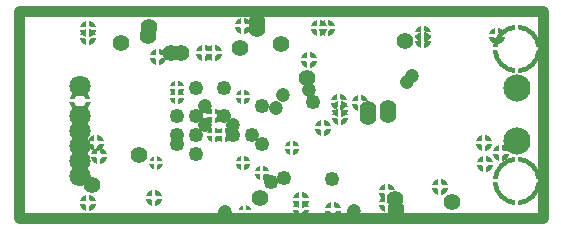
<source format=gbr>
%FSLAX23Y23*%
%MOIN*%
G04 EasyPC Gerber Version 17.0 Build 3379 *
%ADD134C,0.03650*%
%ADD133C,0.04750*%
%ADD132C,0.04921*%
%ADD131C,0.05550*%
%ADD126C,0.07087*%
%ADD125C,0.09068*%
%AMT130*0 Thermal pad*7,0,0,0.04750,0.01600,0.01000,0*%
%ADD130T130*%
%AMT128*0 Thermal pad*7,0,0,0.04921,0.01772,0.01000,0*%
%ADD128T128*%
%AMT129*0 Thermal pad*7,0,0,0.05550,0.02400,0.01000,0*%
%ADD129T129*%
%AMT127*0 Thermal pad*7,0,0,0.07087,0.03937,0.01000,0*%
%ADD127T127*%
%AMT135*0 Thermal pad*7,0,0,0.16205,0.13055,0.01000,0*%
%ADD135T135*%
X0Y0D02*
D02*
D125*
X1758Y484D03*
Y662D03*
D02*
D126*
X303Y369D03*
Y419D03*
Y469D03*
Y519D03*
Y569D03*
Y669D03*
D02*
D127*
Y619D03*
D02*
D128*
X624Y663D03*
X626Y633D03*
X718Y568D03*
X750Y505D03*
Y568D03*
X781Y505D03*
X844Y411D03*
Y631D03*
X907Y379D03*
X1010Y462D03*
D02*
D129*
X328Y277D03*
X330Y832D03*
Y857D03*
X354Y479D03*
X366Y436D03*
X549Y294D03*
X563Y765D03*
X714Y779D03*
X748D03*
X846Y867D03*
X1039Y259D03*
Y287D03*
X1065Y755D03*
X1100Y863D03*
X1112Y529D03*
X1126Y863D03*
X1145Y255D03*
X1165Y615D03*
X1167Y590D03*
X1169Y564D03*
X1234Y611D03*
X1325Y275D03*
Y314D03*
X1445Y820D03*
Y842D03*
X1502Y332D03*
X1649Y479D03*
X1651Y408D03*
X1691Y835D03*
X1704Y446D03*
D02*
D130*
X555Y411D03*
X852Y247D03*
D02*
D131*
X342Y338D03*
X439Y812D03*
X498Y438D03*
X527Y834D03*
X531Y865D03*
X604Y779D03*
X640D03*
X836Y796D03*
X891Y857D03*
Y881D03*
X901Y294D03*
X972Y808D03*
X1059Y696D03*
X1262Y566D03*
Y590D03*
X1328Y570D03*
X1330Y596D03*
X1352Y290D03*
X1354Y259D03*
X1386Y818D03*
X1543Y281D03*
D02*
D132*
X624Y474D03*
Y505D03*
Y568D03*
X687Y442D03*
Y505D03*
Y568D03*
Y663D03*
X781Y568D03*
Y663D03*
X813Y505D03*
X876D03*
X907Y474D03*
Y600D03*
X939Y348D03*
X982Y363D03*
X1077Y615D03*
X1143Y359D03*
D02*
D133*
X718Y537D03*
Y600D03*
X785Y249D03*
X813Y537D03*
X954Y594D03*
X978Y637D03*
X1065Y655D03*
X1214Y251D03*
X1391Y680D03*
X1407Y702D03*
D02*
D134*
X1844Y228D02*
X98D01*
Y918*
X1844*
Y228*
D02*
D135*
X1758Y353D03*
Y793D03*
X0Y0D02*
M02*

</source>
